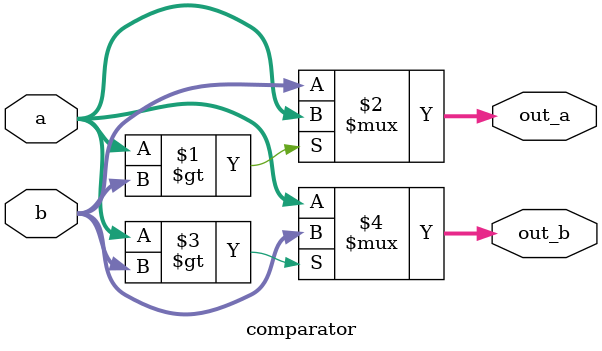
<source format=v>
module comparator(a, b, out_a, out_b);
	input  [63:0] a, b;
	output [63:0]    out_a, out_b;

	assign out_a = (a>b) ? a : b;
	assign out_b = (a>b) ? b : a;

endmodule

</source>
